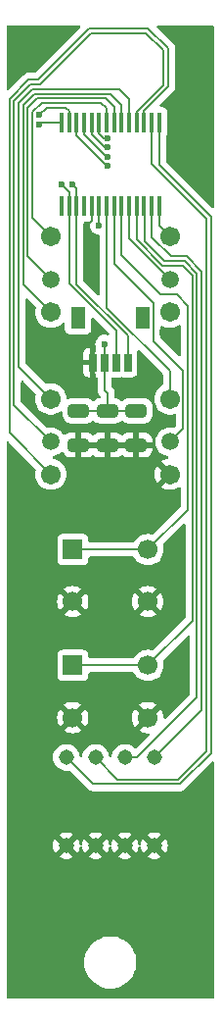
<source format=gbr>
%TF.GenerationSoftware,KiCad,Pcbnew,8.0.2*%
%TF.CreationDate,2024-05-27T22:07:23-04:00*%
%TF.ProjectId,tundraSaber,74756e64-7261-4536-9162-65722e6b6963,rev?*%
%TF.SameCoordinates,Original*%
%TF.FileFunction,Copper,L2,Bot*%
%TF.FilePolarity,Positive*%
%FSLAX46Y46*%
G04 Gerber Fmt 4.6, Leading zero omitted, Abs format (unit mm)*
G04 Created by KiCad (PCBNEW 8.0.2) date 2024-05-27 22:07:23*
%MOMM*%
%LPD*%
G01*
G04 APERTURE LIST*
G04 Aperture macros list*
%AMRoundRect*
0 Rectangle with rounded corners*
0 $1 Rounding radius*
0 $2 $3 $4 $5 $6 $7 $8 $9 X,Y pos of 4 corners*
0 Add a 4 corners polygon primitive as box body*
4,1,4,$2,$3,$4,$5,$6,$7,$8,$9,$2,$3,0*
0 Add four circle primitives for the rounded corners*
1,1,$1+$1,$2,$3*
1,1,$1+$1,$4,$5*
1,1,$1+$1,$6,$7*
1,1,$1+$1,$8,$9*
0 Add four rect primitives between the rounded corners*
20,1,$1+$1,$2,$3,$4,$5,0*
20,1,$1+$1,$4,$5,$6,$7,0*
20,1,$1+$1,$6,$7,$8,$9,0*
20,1,$1+$1,$8,$9,$2,$3,0*%
G04 Aperture macros list end*
%TA.AperFunction,SMDPad,CuDef*%
%ADD10RoundRect,0.250000X-0.650000X0.325000X-0.650000X-0.325000X0.650000X-0.325000X0.650000X0.325000X0*%
%TD*%
%TA.AperFunction,ComponentPad*%
%ADD11C,1.308100*%
%TD*%
%TA.AperFunction,ComponentPad*%
%ADD12R,1.700000X1.700000*%
%TD*%
%TA.AperFunction,ComponentPad*%
%ADD13C,1.700000*%
%TD*%
%TA.AperFunction,SMDPad,CuDef*%
%ADD14R,0.431800X1.655601*%
%TD*%
%TA.AperFunction,SMDPad,CuDef*%
%ADD15R,1.295400X1.905000*%
%TD*%
%TA.AperFunction,SMDPad,CuDef*%
%ADD16R,0.660400X1.549400*%
%TD*%
%TA.AperFunction,ComponentPad*%
%ADD17C,1.701800*%
%TD*%
%TA.AperFunction,ComponentPad*%
%ADD18C,1.498600*%
%TD*%
%TA.AperFunction,ViaPad*%
%ADD19C,0.600000*%
%TD*%
%TA.AperFunction,Conductor*%
%ADD20C,0.200000*%
%TD*%
G04 APERTURE END LIST*
D10*
%TO.P,C3,1*%
%TO.N,/VCC*%
X-2750000Y51225000D03*
%TO.P,C3,2*%
%TO.N,/GND*%
X-2750000Y48275000D03*
%TD*%
%TO.P,C2,1*%
%TO.N,/VCC*%
X-250000Y51225000D03*
%TO.P,C2,2*%
%TO.N,/GND*%
X-250000Y48275000D03*
%TD*%
%TO.P,C1,1*%
%TO.N,/VCC*%
X2250000Y51225000D03*
%TO.P,C1,2*%
%TO.N,/GND*%
X2250000Y48275000D03*
%TD*%
D11*
%TO.P,SW3,1,1*%
%TO.N,/DIP1*%
X3810000Y21310000D03*
%TO.P,SW3,2,2*%
%TO.N,/DIP2*%
X1270000Y21310000D03*
%TO.P,SW3,3,3*%
%TO.N,/DIP3*%
X-1270000Y21310000D03*
%TO.P,SW3,4,4*%
%TO.N,/DIP4*%
X-3810000Y21310000D03*
%TO.P,SW3,5,5*%
%TO.N,/GND*%
X-3810000Y13690000D03*
%TO.P,SW3,6,6*%
X-1270000Y13690000D03*
%TO.P,SW3,7,7*%
X1270000Y13690000D03*
%TO.P,SW3,8,8*%
X3810000Y13690000D03*
%TD*%
D12*
%TO.P,SW1,1,1*%
%TO.N,/BTN1*%
X-3250000Y39250000D03*
D13*
X3250000Y39250000D03*
%TO.P,SW1,2,2*%
%TO.N,/GND*%
X-3250000Y34750000D03*
X3250000Y34750000D03*
%TD*%
D12*
%TO.P,SW2,1,1*%
%TO.N,/BTN2*%
X-3250000Y29250000D03*
D13*
X3250000Y29250000D03*
%TO.P,SW2,2,2*%
%TO.N,/GND*%
X-3250000Y24750000D03*
X3250000Y24750000D03*
%TD*%
D14*
%TO.P,U1,28,GPA7*%
%TO.N,/DIP4*%
X4225000Y76127801D03*
%TO.P,U1,27,GPA6*%
%TO.N,/DIP3*%
X3574999Y76127801D03*
%TO.P,U1,26,GPA5*%
%TO.N,/JOY2_BTN3*%
X2925000Y76127801D03*
%TO.P,U1,25,GPA4*%
%TO.N,/JOY2_BTN2*%
X2274999Y76127801D03*
%TO.P,U1,24,GPA3*%
%TO.N,/JOY2_BTN1*%
X1625001Y76127801D03*
%TO.P,U1,23,GPA2*%
%TO.N,/JOY1_BTN3*%
X974999Y76127801D03*
%TO.P,U1,22,GPA1*%
%TO.N,/JOY1_BTN2*%
X325001Y76127801D03*
%TO.P,U1,21,GPA0*%
%TO.N,/JOY1_BTN1*%
X-325001Y76127801D03*
%TO.P,U1,20,INTA*%
%TO.N,/INTA*%
X-974999Y76127801D03*
%TO.P,U1,19,INTB*%
%TO.N,/INTB*%
X-1625001Y76127801D03*
%TO.P,U1,18,\u002ARESET*%
%TO.N,/RESET*%
X-2274999Y76127801D03*
%TO.P,U1,17,A2*%
%TO.N,/ADDR2*%
X-2925000Y76127801D03*
%TO.P,U1,16,A1*%
%TO.N,/ADDR1*%
X-3574999Y76127801D03*
%TO.P,U1,15,A0*%
%TO.N,/ADDR0*%
X-4225000Y76127801D03*
%TO.P,U1,14,NC*%
%TO.N,unconnected-(U1-NC-Pad14)*%
X-4224998Y68872199D03*
%TO.P,U1,13,SDA*%
%TO.N,/SDA*%
X-3574999Y68872199D03*
%TO.P,U1,12,SCL*%
%TO.N,/SCL*%
X-2924998Y68872199D03*
%TO.P,U1,11,NC*%
%TO.N,unconnected-(U1-NC-Pad11)*%
X-2274999Y68872199D03*
%TO.P,U1,10,VSS*%
%TO.N,/GND*%
X-1624998Y68872199D03*
%TO.P,U1,9,VDD*%
%TO.N,/VCC*%
X-974999Y68872199D03*
%TO.P,U1,8,GPB7*%
%TO.N,/JOY2_BTN5*%
X-324998Y68872199D03*
%TO.P,U1,7,GPB6*%
%TO.N,/JOY2_BTN4*%
X325001Y68872199D03*
%TO.P,U1,6,GPB5*%
%TO.N,/BTN1*%
X974999Y68872199D03*
%TO.P,U1,5,GPB4*%
%TO.N,/JOY1_BTN4*%
X1625001Y68872199D03*
%TO.P,U1,4,GPB3*%
%TO.N,/BTN2*%
X2274999Y68872199D03*
%TO.P,U1,3,GPB2*%
%TO.N,/DIP2*%
X2925000Y68872199D03*
%TO.P,U1,2,GPB1*%
%TO.N,/DIP1*%
X3574999Y68872199D03*
%TO.P,U1,1,GPB0*%
%TO.N,/JOY1_BTN5*%
X4225000Y68872199D03*
%TD*%
D15*
%TO.P,J3,6*%
%TO.N,N/C*%
X-2799999Y59276501D03*
%TO.P,J3,5*%
X2799999Y59276501D03*
D16*
%TO.P,J3,4,4*%
%TO.N,/SCL*%
X1500000Y55401500D03*
%TO.P,J3,3,3*%
%TO.N,/SDA*%
X499999Y55401500D03*
%TO.P,J3,2,2*%
%TO.N,/VCC*%
X-499999Y55401500D03*
%TO.P,J3,1,1*%
%TO.N,/GND*%
X-1500000Y55401500D03*
%TD*%
D17*
%TO.P,J2,6,6*%
%TO.N,/JOY2_BTN5*%
X5150000Y52250001D03*
D18*
%TO.P,J2,5,5*%
%TO.N,/JOY2_BTN4*%
X5150000Y48550000D03*
D17*
%TO.P,J2,4,4*%
%TO.N,/GND*%
X5150000Y45749999D03*
%TO.P,J2,1,1*%
%TO.N,/JOY2_BTN1*%
X-5150000Y52250001D03*
D18*
%TO.P,J2,2,2*%
%TO.N,/JOY2_BTN2*%
X-5150000Y48550000D03*
D17*
%TO.P,J2,3,3*%
%TO.N,/JOY2_BTN3*%
X-5150000Y45749999D03*
%TD*%
%TO.P,J1,3,3*%
%TO.N,/JOY1_BTN3*%
X-5150000Y59749999D03*
D18*
%TO.P,J1,2,2*%
%TO.N,/JOY1_BTN2*%
X-5150000Y62550000D03*
D17*
%TO.P,J1,1,1*%
%TO.N,/JOY1_BTN1*%
X-5150000Y66250001D03*
%TO.P,J1,4,4*%
%TO.N,/GND*%
X5150000Y59749999D03*
D18*
%TO.P,J1,5,5*%
%TO.N,/JOY1_BTN4*%
X5150000Y62550000D03*
D17*
%TO.P,J1,6,6*%
%TO.N,/JOY1_BTN5*%
X5150000Y66250001D03*
%TD*%
D19*
%TO.N,/GND*%
X-6000000Y57000000D03*
X-6000000Y58000000D03*
X-5000000Y58000000D03*
%TO.N,/INTA*%
X-250000Y74750000D03*
%TO.N,/INTB*%
X-250000Y73949997D03*
%TO.N,/RESET*%
X-250000Y73149994D03*
%TO.N,/ADDR0*%
X-6150000Y75949997D03*
%TO.N,/ADDR1*%
X-6150000Y76750000D03*
%TO.N,/ADDR2*%
X-250000Y72349991D03*
%TO.N,/SCL*%
X-3250000Y70750000D03*
%TO.N,/SDA*%
X-4250000Y70750000D03*
%TO.N,/VCC*%
X-500000Y57000000D03*
X-974999Y67250000D03*
%TO.N,/GND*%
X-2000000Y67250000D03*
X5500000Y57000000D03*
X5500000Y58000000D03*
X4500000Y58000000D03*
X-8500000Y2000000D03*
X-7500000Y1000000D03*
X-8500000Y1000000D03*
X7500000Y1000000D03*
X8500000Y2000000D03*
X8500000Y1000000D03*
X7500000Y84000000D03*
X8500000Y83000000D03*
X8500000Y84000000D03*
X-7500000Y84000000D03*
X-8500000Y83000000D03*
X-8500000Y84000000D03*
%TD*%
D20*
%TO.N,/VCC*%
X-250000Y51225000D02*
X-2750000Y51225000D01*
X-250000Y51225000D02*
X2250000Y51225000D01*
%TO.N,/ADDR1*%
X-6150000Y76750000D02*
X-5500000Y77400000D01*
X-5500000Y77400000D02*
X-3853499Y77400000D01*
X-3574999Y77121500D02*
X-3574999Y76127801D01*
X-3853499Y77400000D02*
X-3574999Y77121500D01*
%TO.N,/BTN2*%
X3250000Y29250000D02*
X-3250000Y29250000D01*
%TO.N,/BTN1*%
X3250000Y39250000D02*
X-3250000Y39250000D01*
%TO.N,/SCL*%
X-3250000Y70750000D02*
X-2924998Y70424998D01*
X-2924998Y70424998D02*
X-2924998Y68872199D01*
%TO.N,/SDA*%
X-3574999Y70074999D02*
X-3574999Y68872199D01*
X-4250000Y70750000D02*
X-3574999Y70074999D01*
%TO.N,/ADDR0*%
X-6150000Y75949997D02*
X-5972196Y76127801D01*
X-5972196Y76127801D02*
X-4225000Y76127801D01*
%TO.N,/ADDR2*%
X-2925000Y76127801D02*
X-2925000Y74976465D01*
X-2925000Y74976465D02*
X-298526Y72349991D01*
X-298526Y72349991D02*
X-250000Y72349991D01*
%TO.N,/RESET*%
X-2274999Y76127801D02*
X-2274999Y75100001D01*
X-324992Y73149994D02*
X-250000Y73149994D01*
X-2274999Y75100001D02*
X-324992Y73149994D01*
%TO.N,/INTB*%
X-1625001Y76127801D02*
X-1625001Y75100001D01*
X-1625001Y75100001D02*
X-474997Y73949997D01*
X-474997Y73949997D02*
X-250000Y73949997D01*
%TO.N,/INTA*%
X-590900Y74750000D02*
X-974999Y75134099D01*
X-974999Y75134099D02*
X-974999Y76127801D01*
X-250000Y74750000D02*
X-590900Y74750000D01*
%TO.N,/VCC*%
X-499999Y55401500D02*
X-499999Y56999999D01*
X-499999Y56999999D02*
X-500000Y57000000D01*
X-974999Y67250000D02*
X-974999Y68872199D01*
%TO.N,/GND*%
X-1624998Y68872199D02*
X-1624998Y67625002D01*
X-1624998Y67625002D02*
X-2000000Y67250000D01*
%TO.N,/SCL*%
X-2924998Y68872199D02*
X-2924998Y62167386D01*
X-2924998Y62167386D02*
X1500000Y57742388D01*
X1500000Y57742388D02*
X1500000Y55401500D01*
%TO.N,/JOY1_BTN1*%
X-5150000Y66250001D02*
X-6750000Y67850001D01*
X-6750000Y67850001D02*
X-6750000Y77000000D01*
X-6750000Y77000000D02*
X-5950000Y77800000D01*
X-792541Y77800000D02*
X-325001Y77332460D01*
X-5950000Y77800000D02*
X-792541Y77800000D01*
X-325001Y77332460D02*
X-325001Y76127801D01*
%TO.N,/JOY1_BTN2*%
X-5150000Y62550000D02*
X-7150000Y64550000D01*
X-7150000Y64550000D02*
X-7150000Y77350000D01*
X-7150000Y77350000D02*
X-6300000Y78200000D01*
X-6300000Y78200000D02*
X-450000Y78200000D01*
X-450000Y78200000D02*
X325001Y77424999D01*
X325001Y77424999D02*
X325001Y76127801D01*
%TO.N,/JOY1_BTN3*%
X-5150000Y59749999D02*
X-7550000Y62149999D01*
X-6584314Y78600000D02*
X0Y78600000D01*
X-7550000Y62149999D02*
X-7550000Y77634314D01*
X0Y78600000D02*
X974999Y77625001D01*
X-7550000Y77634314D02*
X-6584314Y78600000D01*
X974999Y77625001D02*
X974999Y76127801D01*
%TO.N,/JOY2_BTN3*%
X-5150000Y45749999D02*
X-8750000Y49349999D01*
X-8750000Y49349999D02*
X-8750000Y78131372D01*
X5000000Y79196502D02*
X2925000Y77121502D01*
X-8750000Y78131372D02*
X-7081372Y79800000D01*
X-7081372Y79800000D02*
X-6265686Y79800000D01*
X-1815686Y84250000D02*
X3250000Y84250000D01*
X-6265686Y79800000D02*
X-1815686Y84250000D01*
X3250000Y84250000D02*
X5000000Y82500000D01*
X5000000Y82500000D02*
X5000000Y79196502D01*
X2925000Y77121502D02*
X2925000Y76127801D01*
%TO.N,/JOY2_BTN2*%
X-5150000Y48550000D02*
X-8350000Y51750000D01*
X-1650000Y83850000D02*
X3084314Y83850000D01*
X-8350000Y51750000D02*
X-8350000Y77965686D01*
X-8350000Y77965686D02*
X-6915686Y79400000D01*
X4600000Y79362188D02*
X2274999Y77037187D01*
X-6915686Y79400000D02*
X-6100000Y79400000D01*
X-6100000Y79400000D02*
X-1650000Y83850000D01*
X3084314Y83850000D02*
X4600000Y82334314D01*
X4600000Y82334314D02*
X4600000Y79362188D01*
X2274999Y77037187D02*
X2274999Y76127801D01*
%TO.N,/JOY2_BTN1*%
X-5150000Y52250001D02*
X-7950000Y55050001D01*
X-7950000Y55050001D02*
X-7950000Y77800000D01*
X-7950000Y77800000D02*
X-6750000Y79000000D01*
X-6750000Y79000000D02*
X750000Y79000000D01*
X750000Y79000000D02*
X1625001Y78124999D01*
X1625001Y78124999D02*
X1625001Y76127801D01*
%TO.N,/DIP3*%
X-1270000Y21310000D02*
X640000Y19400000D01*
X640000Y19400000D02*
X5834314Y19400000D01*
X5834314Y19400000D02*
X8300900Y21866586D01*
X8300900Y21866586D02*
X8300900Y67819549D01*
X8300900Y67819549D02*
X3574999Y72545450D01*
X3574999Y72545450D02*
X3574999Y76127801D01*
%TO.N,/DIP4*%
X-3810000Y21310000D02*
X-1500000Y19000000D01*
X8700900Y21700900D02*
X8700900Y67985235D01*
X-1500000Y19000000D02*
X6000000Y19000000D01*
X6000000Y19000000D02*
X8700900Y21700900D01*
X8700900Y67985235D02*
X4225000Y72461135D01*
X4225000Y72461135D02*
X4225000Y76127801D01*
%TO.N,/DIP1*%
X3574999Y68872199D02*
X3574999Y66197383D01*
X3574999Y66197383D02*
X5222382Y64550000D01*
X6581372Y64550000D02*
X7900900Y63230472D01*
X5222382Y64550000D02*
X6581372Y64550000D01*
X7900900Y63230472D02*
X7900900Y25400900D01*
X7900900Y25400900D02*
X3810000Y21310000D01*
%TO.N,/DIP2*%
X2925000Y68872199D02*
X3000000Y68797199D01*
X3000000Y68797199D02*
X3000000Y65831372D01*
X3000000Y65831372D02*
X4681372Y64150000D01*
X2310000Y21310000D02*
X1270000Y21310000D01*
X4681372Y64150000D02*
X6415686Y64150000D01*
X6415686Y64150000D02*
X7500900Y63064786D01*
X7500900Y63064786D02*
X7500900Y26500900D01*
X7500900Y26500900D02*
X2310000Y21310000D01*
%TO.N,/BTN2*%
X2274999Y68872199D02*
X2274999Y65990687D01*
X7100900Y33100900D02*
X3250000Y29250000D01*
X2274999Y65990687D02*
X4515686Y63750000D01*
X4515686Y63750000D02*
X6250000Y63750000D01*
X6250000Y63750000D02*
X7100900Y62899100D01*
X7100900Y62899100D02*
X7100900Y33100900D01*
%TO.N,/BTN1*%
X974999Y68872199D02*
X974999Y64633033D01*
X974999Y64633033D02*
X4358032Y61250000D01*
X4358032Y61250000D02*
X5750000Y61250000D01*
X5750000Y61250000D02*
X6700900Y60299100D01*
X6700900Y60299100D02*
X6700900Y42700900D01*
X6700900Y42700900D02*
X3250000Y39250000D01*
%TO.N,/JOY2_BTN5*%
X-324998Y68872199D02*
X-324998Y60133072D01*
X-324998Y60133072D02*
X5150000Y54658074D01*
X5150000Y54658074D02*
X5150000Y52250001D01*
%TO.N,/JOY1_BTN5*%
X4225000Y68872199D02*
X4225000Y67175001D01*
X4225000Y67175001D02*
X5150000Y66250001D01*
%TO.N,/SDA*%
X-3574999Y68872199D02*
X-3574999Y62251701D01*
X-3574999Y62251701D02*
X499999Y58176703D01*
X499999Y58176703D02*
X499999Y55401500D01*
%TO.N,/JOY1_BTN4*%
X1625001Y66074999D02*
X5150000Y62550000D01*
X1625001Y68872199D02*
X1625001Y66074999D01*
%TO.N,/JOY2_BTN4*%
X325001Y68872199D02*
X325001Y63951699D01*
X325001Y63951699D02*
X3747699Y60529001D01*
X3747699Y57252301D02*
X6300900Y54699100D01*
X3747699Y60529001D02*
X3747699Y57252301D01*
X6300900Y54699100D02*
X6300900Y49700900D01*
X6300900Y49700900D02*
X5150000Y48550000D01*
%TO.N,/VCC*%
X-499999Y55401500D02*
X-499999Y53500001D01*
X-500000Y53000000D02*
X-250000Y52750000D01*
X-499999Y53500001D02*
X-500000Y53500000D01*
X-500000Y53500000D02*
X-500000Y53000000D01*
X-250000Y52750000D02*
X-250000Y51225000D01*
%TD*%
%TA.AperFunction,Conductor*%
%TO.N,/GND*%
G36*
X2474296Y56468695D02*
G01*
X2518644Y56440194D01*
X4513181Y54445658D01*
X4546666Y54384335D01*
X4549500Y54357977D01*
X4549500Y53535516D01*
X4529815Y53468477D01*
X4484517Y53426461D01*
X4474315Y53420940D01*
X4408326Y53385229D01*
X4408317Y53385223D01*
X4231591Y53247671D01*
X4231581Y53247662D01*
X4079906Y53082901D01*
X4079898Y53082890D01*
X3957405Y52895402D01*
X3867441Y52690302D01*
X3812463Y52473200D01*
X3812461Y52473188D01*
X3793968Y52250006D01*
X3793968Y52249995D01*
X3812461Y52026813D01*
X3812463Y52026801D01*
X3867441Y51809699D01*
X3957405Y51604599D01*
X4079898Y51417111D01*
X4079906Y51417100D01*
X4231581Y51252339D01*
X4231591Y51252330D01*
X4408317Y51114778D01*
X4408326Y51114772D01*
X4605281Y51008186D01*
X4605295Y51008180D01*
X4817111Y50935463D01*
X5038020Y50898601D01*
X5261980Y50898601D01*
X5482885Y50935462D01*
X5536138Y50953744D01*
X5605937Y50956893D01*
X5666358Y50921806D01*
X5698218Y50859623D01*
X5700400Y50836462D01*
X5700400Y50000997D01*
X5680715Y49933958D01*
X5664081Y49913316D01*
X5551309Y49800544D01*
X5489986Y49767059D01*
X5431533Y49768451D01*
X5367861Y49785512D01*
X5367854Y49785514D01*
X5167527Y49803040D01*
X5150001Y49804574D01*
X5149999Y49804574D01*
X5106429Y49800762D01*
X4932146Y49785514D01*
X4720910Y49728914D01*
X4522713Y49636493D01*
X4343575Y49511059D01*
X4188941Y49356425D01*
X4138478Y49284356D01*
X4063506Y49177286D01*
X4036719Y49119841D01*
X3971086Y48979090D01*
X3971085Y48979086D01*
X3971083Y48979082D01*
X3914487Y48767859D01*
X3914485Y48767849D01*
X3897527Y48574014D01*
X3889992Y48554753D01*
X3892976Y48550112D01*
X3897527Y48525985D01*
X3914485Y48332150D01*
X3914487Y48332140D01*
X3971083Y48120917D01*
X3971087Y48120908D01*
X4063506Y47922713D01*
X4188945Y47743570D01*
X4343570Y47588945D01*
X4343573Y47588942D01*
X4343575Y47588941D01*
X4387129Y47558444D01*
X4522713Y47463506D01*
X4720908Y47371087D01*
X4720917Y47371083D01*
X4911739Y47319954D01*
X4971400Y47283589D01*
X5001929Y47220742D01*
X4993634Y47151367D01*
X4949149Y47097489D01*
X4900056Y47077870D01*
X4817233Y47064049D01*
X4605497Y46991359D01*
X4605483Y46991353D01*
X4408599Y46884805D01*
X4408592Y46884801D01*
X4386189Y46867363D01*
X4386188Y46867362D01*
X4941470Y46312080D01*
X4919605Y46306222D01*
X4783495Y46227638D01*
X4672361Y46116504D01*
X4593777Y45980394D01*
X4587917Y45958526D01*
X4034285Y46512158D01*
X3957846Y46395158D01*
X3957844Y46395154D01*
X3867916Y46190139D01*
X3812957Y45973108D01*
X3794470Y45750004D01*
X3794470Y45749993D01*
X3812957Y45526889D01*
X3867916Y45309858D01*
X3957844Y45104843D01*
X3957845Y45104841D01*
X4034285Y44987838D01*
X4587917Y45541470D01*
X4593777Y45519604D01*
X4672361Y45383494D01*
X4783495Y45272360D01*
X4919605Y45193776D01*
X4941471Y45187917D01*
X4386189Y44632634D01*
X4408597Y44615193D01*
X4408599Y44615192D01*
X4605483Y44508644D01*
X4605497Y44508638D01*
X4817233Y44435948D01*
X5038062Y44399099D01*
X5261938Y44399099D01*
X5482766Y44435948D01*
X5694502Y44508638D01*
X5694516Y44508644D01*
X5891399Y44615191D01*
X5891404Y44615194D01*
X5900242Y44622073D01*
X5965237Y44647713D01*
X6033776Y44634143D01*
X6084099Y44585672D01*
X6100400Y44524216D01*
X6100400Y43000997D01*
X6080715Y42933958D01*
X6064081Y42913316D01*
X3733531Y40582766D01*
X3672208Y40549281D01*
X3613757Y40550672D01*
X3609309Y40551863D01*
X3485408Y40585063D01*
X3289234Y40602226D01*
X3250001Y40605659D01*
X3249999Y40605659D01*
X3202918Y40601539D01*
X3014592Y40585063D01*
X2786337Y40523903D01*
X2572171Y40424035D01*
X2572169Y40424034D01*
X2378597Y40288494D01*
X2211506Y40121403D01*
X2075965Y39927829D01*
X2075962Y39927824D01*
X2073289Y39922091D01*
X2027115Y39869654D01*
X1960909Y39850500D01*
X-1775501Y39850500D01*
X-1842540Y39870185D01*
X-1888295Y39922989D01*
X-1899501Y39974500D01*
X-1899501Y40147876D01*
X-1905908Y40207483D01*
X-1956202Y40342328D01*
X-1956206Y40342335D01*
X-2042452Y40457544D01*
X-2042455Y40457547D01*
X-2157664Y40543793D01*
X-2157671Y40543797D01*
X-2292517Y40594091D01*
X-2292516Y40594091D01*
X-2298925Y40594779D01*
X-2352127Y40600500D01*
X-4147872Y40600499D01*
X-4207483Y40594091D01*
X-4342331Y40543796D01*
X-4457546Y40457546D01*
X-4543796Y40342331D01*
X-4594091Y40207483D01*
X-4600500Y40147873D01*
X-4600499Y38352128D01*
X-4595299Y38303757D01*
X-4594091Y38292516D01*
X-4543797Y38157671D01*
X-4543793Y38157664D01*
X-4457547Y38042455D01*
X-4457544Y38042452D01*
X-4342335Y37956206D01*
X-4342328Y37956202D01*
X-4207482Y37905908D01*
X-4207483Y37905908D01*
X-4147883Y37899501D01*
X-4147881Y37899500D01*
X-4147873Y37899500D01*
X-4147864Y37899500D01*
X-2352129Y37899500D01*
X-2352123Y37899501D01*
X-2292516Y37905908D01*
X-2157671Y37956202D01*
X-2157664Y37956206D01*
X-2042455Y38042452D01*
X-2042452Y38042455D01*
X-1956206Y38157664D01*
X-1956202Y38157671D01*
X-1905908Y38292517D01*
X-1899501Y38352116D01*
X-1899500Y38352119D01*
X-1899500Y38352127D01*
X-1899500Y38525500D01*
X-1879815Y38592539D01*
X-1827011Y38638294D01*
X-1775500Y38649500D01*
X1960909Y38649500D01*
X2027948Y38629815D01*
X2073293Y38577901D01*
X2075966Y38572168D01*
X2211501Y38378604D01*
X2211506Y38378597D01*
X2378597Y38211506D01*
X2378604Y38211501D01*
X2572165Y38075967D01*
X2572169Y38075965D01*
X2786335Y37976098D01*
X2786344Y37976094D01*
X3014586Y37914938D01*
X3014596Y37914936D01*
X3249999Y37894341D01*
X3250000Y37894341D01*
X3250001Y37894341D01*
X3485403Y37914936D01*
X3485413Y37914938D01*
X3713655Y37976094D01*
X3713659Y37976096D01*
X3713663Y37976097D01*
X3927830Y38075965D01*
X3927834Y38075967D01*
X4121395Y38211501D01*
X4121402Y38211506D01*
X4288493Y38378597D01*
X4288495Y38378599D01*
X4356265Y38475384D01*
X4424032Y38572165D01*
X4424034Y38572169D01*
X4424035Y38572170D01*
X4523903Y38786337D01*
X4585063Y39014592D01*
X4605659Y39250000D01*
X4585063Y39485408D01*
X4550672Y39613757D01*
X4552335Y39683606D01*
X4582766Y39733531D01*
X6288719Y41439483D01*
X6350042Y41472968D01*
X6419734Y41467984D01*
X6475667Y41426112D01*
X6500084Y41360648D01*
X6500400Y41351802D01*
X6500400Y33400997D01*
X6480715Y33333958D01*
X6464081Y33313316D01*
X3733531Y30582766D01*
X3672208Y30549281D01*
X3613757Y30550672D01*
X3609309Y30551863D01*
X3485408Y30585063D01*
X3289234Y30602226D01*
X3250001Y30605659D01*
X3249999Y30605659D01*
X3202918Y30601539D01*
X3014592Y30585063D01*
X2786337Y30523903D01*
X2572171Y30424035D01*
X2572169Y30424034D01*
X2378597Y30288494D01*
X2211506Y30121403D01*
X2075965Y29927829D01*
X2075962Y29927824D01*
X2073289Y29922091D01*
X2027115Y29869654D01*
X1960909Y29850500D01*
X-1775501Y29850500D01*
X-1842540Y29870185D01*
X-1888295Y29922989D01*
X-1899501Y29974500D01*
X-1899501Y30147876D01*
X-1905908Y30207483D01*
X-1956202Y30342328D01*
X-1956206Y30342335D01*
X-2042452Y30457544D01*
X-2042455Y30457547D01*
X-2157664Y30543793D01*
X-2157671Y30543797D01*
X-2292517Y30594091D01*
X-2292516Y30594091D01*
X-2298925Y30594779D01*
X-2352127Y30600500D01*
X-4147872Y30600499D01*
X-4207483Y30594091D01*
X-4342331Y30543796D01*
X-4457546Y30457546D01*
X-4543796Y30342331D01*
X-4594091Y30207483D01*
X-4600500Y30147873D01*
X-4600499Y28352128D01*
X-4595299Y28303757D01*
X-4594091Y28292516D01*
X-4543797Y28157671D01*
X-4543793Y28157664D01*
X-4457547Y28042455D01*
X-4457544Y28042452D01*
X-4342335Y27956206D01*
X-4342328Y27956202D01*
X-4207482Y27905908D01*
X-4207483Y27905908D01*
X-4147883Y27899501D01*
X-4147881Y27899500D01*
X-4147873Y27899500D01*
X-4147864Y27899500D01*
X-2352129Y27899500D01*
X-2352123Y27899501D01*
X-2292516Y27905908D01*
X-2157671Y27956202D01*
X-2157664Y27956206D01*
X-2042455Y28042452D01*
X-2042452Y28042455D01*
X-1956206Y28157664D01*
X-1956202Y28157671D01*
X-1905908Y28292517D01*
X-1899501Y28352116D01*
X-1899500Y28352119D01*
X-1899500Y28352127D01*
X-1899500Y28525500D01*
X-1879815Y28592539D01*
X-1827011Y28638294D01*
X-1775500Y28649500D01*
X1960909Y28649500D01*
X2027948Y28629815D01*
X2073293Y28577901D01*
X2075966Y28572168D01*
X2211501Y28378604D01*
X2211506Y28378597D01*
X2378597Y28211506D01*
X2378604Y28211501D01*
X2572165Y28075967D01*
X2572169Y28075965D01*
X2786335Y27976098D01*
X2786344Y27976094D01*
X3014586Y27914938D01*
X3014596Y27914936D01*
X3249999Y27894341D01*
X3250000Y27894341D01*
X3250001Y27894341D01*
X3485403Y27914936D01*
X3485413Y27914938D01*
X3713655Y27976094D01*
X3713659Y27976096D01*
X3713663Y27976097D01*
X3927830Y28075965D01*
X3927834Y28075967D01*
X4121395Y28211501D01*
X4121402Y28211506D01*
X4288493Y28378597D01*
X4288495Y28378599D01*
X4356265Y28475384D01*
X4424032Y28572165D01*
X4424034Y28572169D01*
X4424035Y28572170D01*
X4523903Y28786337D01*
X4585063Y29014592D01*
X4605659Y29250000D01*
X4585063Y29485408D01*
X4550672Y29613757D01*
X4552335Y29683606D01*
X4582766Y29733531D01*
X6688719Y31839484D01*
X6750042Y31872969D01*
X6819734Y31867985D01*
X6875667Y31826113D01*
X6900084Y31760649D01*
X6900400Y31751803D01*
X6900400Y26800997D01*
X6880715Y26733958D01*
X6864081Y26713316D01*
X4816838Y24666073D01*
X4755515Y24632588D01*
X4685823Y24637572D01*
X4629890Y24679444D01*
X4605473Y24744908D01*
X4605383Y24747412D01*
X4584569Y24985315D01*
X4584567Y24985326D01*
X4523433Y25213483D01*
X4523429Y25213492D01*
X4423601Y25427575D01*
X4364925Y25511373D01*
X3732962Y24879409D01*
X3715925Y24942993D01*
X3650099Y25057007D01*
X3557007Y25150099D01*
X3442993Y25215925D01*
X3379409Y25232962D01*
X4011373Y25864925D01*
X4011373Y25864926D01*
X3927582Y25923598D01*
X3927578Y25923600D01*
X3713492Y26023429D01*
X3713483Y26023433D01*
X3485326Y26084567D01*
X3485315Y26084569D01*
X3250002Y26105157D01*
X3249998Y26105157D01*
X3014684Y26084569D01*
X3014673Y26084567D01*
X2786516Y26023433D01*
X2786507Y26023429D01*
X2572423Y25923600D01*
X2572421Y25923599D01*
X2488626Y25864925D01*
X2488625Y25864925D01*
X3120590Y25232962D01*
X3057007Y25215925D01*
X2942993Y25150099D01*
X2849901Y25057007D01*
X2784075Y24942993D01*
X2767037Y24879409D01*
X2135074Y25511373D01*
X2135073Y25511372D01*
X2076400Y25427578D01*
X2076399Y25427576D01*
X1976570Y25213492D01*
X1976566Y25213483D01*
X1915432Y24985326D01*
X1915430Y24985315D01*
X1894843Y24750001D01*
X1894843Y24749998D01*
X1915430Y24514684D01*
X1915432Y24514673D01*
X1976566Y24286516D01*
X1976570Y24286507D01*
X2076402Y24072417D01*
X2135072Y23988626D01*
X2135073Y23988625D01*
X2767037Y24620589D01*
X2784075Y24557007D01*
X2849901Y24442993D01*
X2942993Y24349901D01*
X3057007Y24284075D01*
X3120590Y24267037D01*
X2488625Y23635073D01*
X2488626Y23635072D01*
X2572417Y23576402D01*
X2786507Y23476570D01*
X2786516Y23476566D01*
X3014673Y23415432D01*
X3014684Y23415430D01*
X3255393Y23394371D01*
X3255204Y23392212D01*
X3313285Y23375158D01*
X3359040Y23322354D01*
X3368984Y23253196D01*
X3339959Y23189640D01*
X3333927Y23183162D01*
X2270775Y22120010D01*
X2209452Y22086525D01*
X2139760Y22091509D01*
X2099559Y22116051D01*
X1968752Y22235298D01*
X1786832Y22347938D01*
X1587311Y22425233D01*
X1376985Y22464550D01*
X1163015Y22464550D01*
X952689Y22425233D01*
X753168Y22347938D01*
X753165Y22347936D01*
X753164Y22347936D01*
X571249Y22235299D01*
X571247Y22235297D01*
X413123Y22091149D01*
X284178Y21920398D01*
X284173Y21920390D01*
X188803Y21728861D01*
X188802Y21728858D01*
X161966Y21634536D01*
X130246Y21523052D01*
X123471Y21449934D01*
X97685Y21384996D01*
X40884Y21344309D01*
X-28897Y21340789D01*
X-89503Y21375554D01*
X-121693Y21437567D01*
X-123471Y21449934D01*
X-130246Y21523052D01*
X-161966Y21634536D01*
X-188802Y21728858D01*
X-188803Y21728861D01*
X-284173Y21920390D01*
X-284178Y21920398D01*
X-413123Y22091149D01*
X-571247Y22235297D01*
X-571249Y22235299D01*
X-753164Y22347936D01*
X-753165Y22347936D01*
X-753168Y22347938D01*
X-952689Y22425233D01*
X-1163015Y22464550D01*
X-1376985Y22464550D01*
X-1587311Y22425233D01*
X-1786832Y22347938D01*
X-1968752Y22235298D01*
X-2126878Y22091147D01*
X-2255823Y21920396D01*
X-2351198Y21728858D01*
X-2409753Y21523057D01*
X-2409753Y21523052D01*
X-2416529Y21449934D01*
X-2442315Y21384996D01*
X-2499116Y21344309D01*
X-2568897Y21340789D01*
X-2629503Y21375554D01*
X-2661693Y21437567D01*
X-2663471Y21449934D01*
X-2670246Y21523052D01*
X-2701966Y21634536D01*
X-2728802Y21728858D01*
X-2728803Y21728861D01*
X-2824173Y21920390D01*
X-2824178Y21920398D01*
X-2953123Y22091149D01*
X-3111247Y22235297D01*
X-3111249Y22235299D01*
X-3293164Y22347936D01*
X-3293165Y22347936D01*
X-3293168Y22347938D01*
X-3492689Y22425233D01*
X-3703015Y22464550D01*
X-3916985Y22464550D01*
X-4127311Y22425233D01*
X-4326832Y22347938D01*
X-4508752Y22235298D01*
X-4666878Y22091147D01*
X-4795823Y21920396D01*
X-4891198Y21728858D01*
X-4949753Y21523057D01*
X-4969496Y21310000D01*
X-4949753Y21096943D01*
X-4891198Y20891142D01*
X-4891196Y20891138D01*
X-4795826Y20699609D01*
X-4795821Y20699601D01*
X-4666876Y20528850D01*
X-4508752Y20384702D01*
X-4508750Y20384700D01*
X-4326835Y20272063D01*
X-4326832Y20272062D01*
X-4127311Y20194767D01*
X-3916985Y20155450D01*
X-3916983Y20155450D01*
X-3703016Y20155450D01*
X-3703015Y20155450D01*
X-3666150Y20162341D01*
X-3600167Y20174675D01*
X-3530652Y20167643D01*
X-3489702Y20140467D01*
X-1987590Y18638355D01*
X-1987588Y18638352D01*
X-1868717Y18519481D01*
X-1868709Y18519475D01*
X-1731790Y18440426D01*
X-1731785Y18440423D01*
X-1675882Y18425444D01*
X-1619981Y18410465D01*
X-1619980Y18410464D01*
X-1579059Y18399500D01*
X-1579058Y18399500D01*
X-1579057Y18399500D01*
X5913331Y18399500D01*
X5913347Y18399499D01*
X5920943Y18399499D01*
X6079054Y18399499D01*
X6079057Y18399499D01*
X6231785Y18440423D01*
X6281900Y18469358D01*
X6281904Y18469359D01*
X6281904Y18469360D01*
X6368714Y18519479D01*
X6368717Y18519481D01*
X6487588Y18638352D01*
X6487590Y18638355D01*
X8787819Y20938584D01*
X8849142Y20972069D01*
X8918834Y20967085D01*
X8974767Y20925213D01*
X8999184Y20859749D01*
X8999500Y20850903D01*
X8999500Y624500D01*
X8979815Y557461D01*
X8927011Y511706D01*
X8875500Y500500D01*
X-8875500Y500500D01*
X-8942539Y520185D01*
X-8988294Y572989D01*
X-8999500Y624500D01*
X-8999500Y3613007D01*
X-2255329Y3613007D01*
X-2255329Y3612992D01*
X-2241108Y3396027D01*
X-2236034Y3318620D01*
X-2178481Y3029278D01*
X-2083652Y2749923D01*
X-2083650Y2749919D01*
X-1953174Y2485339D01*
X-1953170Y2485332D01*
X-1789274Y2240044D01*
X-1594758Y2018241D01*
X-1372955Y1823725D01*
X-1127667Y1659829D01*
X-1127660Y1659825D01*
X-863080Y1529349D01*
X-583730Y1434521D01*
X-583724Y1434519D01*
X-583722Y1434519D01*
X-294380Y1376966D01*
X-294373Y1376965D01*
X-294363Y1376964D01*
X-7Y1357671D01*
X0Y1357671D01*
X7Y1357671D01*
X294363Y1376964D01*
X294373Y1376965D01*
X294380Y1376966D01*
X583722Y1434519D01*
X583724Y1434519D01*
X583730Y1434521D01*
X863080Y1529349D01*
X1127660Y1659825D01*
X1127667Y1659829D01*
X1372955Y1823725D01*
X1594758Y2018241D01*
X1789274Y2240044D01*
X1953170Y2485332D01*
X1953174Y2485339D01*
X2083650Y2749919D01*
X2083652Y2749923D01*
X2178481Y3029278D01*
X2236034Y3318620D01*
X2241108Y3396027D01*
X2255329Y3612992D01*
X2255329Y3613007D01*
X2236035Y3907363D01*
X2236034Y3907380D01*
X2178481Y4196722D01*
X2083652Y4476077D01*
X1953172Y4740664D01*
X1789273Y4985957D01*
X1594758Y5207758D01*
X1372957Y5402273D01*
X1127665Y5566172D01*
X863077Y5696652D01*
X583722Y5791481D01*
X294380Y5849034D01*
X235675Y5852881D01*
X7Y5868329D01*
X-7Y5868329D01*
X-235675Y5852881D01*
X-294380Y5849034D01*
X-583722Y5791481D01*
X-863077Y5696652D01*
X-1127664Y5566172D01*
X-1372957Y5402273D01*
X-1594758Y5207758D01*
X-1789273Y4985957D01*
X-1953172Y4740664D01*
X-2083652Y4476077D01*
X-2178481Y4196722D01*
X-2236034Y3907380D01*
X-2236035Y3907363D01*
X-2255329Y3613007D01*
X-8999500Y3613007D01*
X-8999500Y13690000D01*
X-4968994Y13690000D01*
X-4968994Y13689999D01*
X-4949260Y13477039D01*
X-4890728Y13271319D01*
X-4795400Y13079874D01*
X-4795399Y13079871D01*
X-4786053Y13067497D01*
X-4216400Y13637151D01*
X-4216400Y13636496D01*
X-4188705Y13533135D01*
X-4135201Y13440464D01*
X-4059536Y13364799D01*
X-3966865Y13311295D01*
X-3863504Y13283600D01*
X-3862848Y13283600D01*
X-4429948Y12716498D01*
X-4429948Y12716497D01*
X-4326608Y12652511D01*
X-4326607Y12652510D01*
X-4127176Y12575251D01*
X-3916936Y12535950D01*
X-3703064Y12535950D01*
X-3492823Y12575251D01*
X-3293394Y12652509D01*
X-3293393Y12652510D01*
X-3190050Y12716497D01*
X-3757152Y13283600D01*
X-3756496Y13283600D01*
X-3653135Y13311295D01*
X-3560464Y13364799D01*
X-3484799Y13440464D01*
X-3431295Y13533135D01*
X-3403600Y13636496D01*
X-3403600Y13637154D01*
X-2833944Y13067498D01*
X-2833943Y13067498D01*
X-2824603Y13079866D01*
X-2729271Y13271319D01*
X-2670739Y13477039D01*
X-2663471Y13555480D01*
X-2637685Y13620417D01*
X-2580884Y13661105D01*
X-2511103Y13664625D01*
X-2450497Y13629860D01*
X-2418307Y13567847D01*
X-2416529Y13555480D01*
X-2409260Y13477039D01*
X-2350728Y13271319D01*
X-2255400Y13079874D01*
X-2255399Y13079871D01*
X-2246053Y13067497D01*
X-1676400Y13637151D01*
X-1676400Y13636496D01*
X-1648705Y13533135D01*
X-1595201Y13440464D01*
X-1519536Y13364799D01*
X-1426865Y13311295D01*
X-1323504Y13283600D01*
X-1322848Y13283600D01*
X-1889948Y12716498D01*
X-1889948Y12716497D01*
X-1786608Y12652511D01*
X-1786607Y12652510D01*
X-1587176Y12575251D01*
X-1376936Y12535950D01*
X-1163064Y12535950D01*
X-952823Y12575251D01*
X-753394Y12652509D01*
X-753393Y12652510D01*
X-650050Y12716497D01*
X-1217152Y13283600D01*
X-1216496Y13283600D01*
X-1113135Y13311295D01*
X-1020464Y13364799D01*
X-944799Y13440464D01*
X-891295Y13533135D01*
X-863600Y13636496D01*
X-863600Y13637154D01*
X-293944Y13067498D01*
X-293943Y13067498D01*
X-284603Y13079866D01*
X-189271Y13271319D01*
X-130739Y13477039D01*
X-123471Y13555480D01*
X-97685Y13620417D01*
X-40884Y13661105D01*
X28897Y13664625D01*
X89503Y13629860D01*
X121693Y13567847D01*
X123471Y13555480D01*
X130739Y13477039D01*
X189271Y13271319D01*
X284603Y13079866D01*
X293943Y13067498D01*
X293944Y13067498D01*
X863600Y13637154D01*
X863600Y13636496D01*
X891295Y13533135D01*
X944799Y13440464D01*
X1020464Y13364799D01*
X1113135Y13311295D01*
X1216496Y13283600D01*
X1217152Y13283600D01*
X650050Y12716497D01*
X753393Y12652510D01*
X753394Y12652509D01*
X952823Y12575251D01*
X1163064Y12535950D01*
X1376936Y12535950D01*
X1587176Y12575251D01*
X1786607Y12652510D01*
X1786608Y12652511D01*
X1889948Y12716497D01*
X1889948Y12716498D01*
X1322848Y13283600D01*
X1323504Y13283600D01*
X1426865Y13311295D01*
X1519536Y13364799D01*
X1595201Y13440464D01*
X1648705Y13533135D01*
X1676400Y13636496D01*
X1676400Y13637151D01*
X2246054Y13067497D01*
X2255399Y13079871D01*
X2255400Y13079874D01*
X2350728Y13271319D01*
X2409260Y13477039D01*
X2416529Y13555480D01*
X2442315Y13620417D01*
X2499116Y13661105D01*
X2568897Y13664625D01*
X2629503Y13629860D01*
X2661693Y13567847D01*
X2663471Y13555480D01*
X2670739Y13477039D01*
X2729271Y13271319D01*
X2824603Y13079866D01*
X2833943Y13067498D01*
X2833944Y13067498D01*
X3403600Y13637154D01*
X3403600Y13636496D01*
X3431295Y13533135D01*
X3484799Y13440464D01*
X3560464Y13364799D01*
X3653135Y13311295D01*
X3756496Y13283600D01*
X3757152Y13283600D01*
X3190050Y12716497D01*
X3293393Y12652510D01*
X3293394Y12652509D01*
X3492823Y12575251D01*
X3703064Y12535950D01*
X3916936Y12535950D01*
X4127176Y12575251D01*
X4326607Y12652510D01*
X4326608Y12652511D01*
X4429948Y12716497D01*
X4429948Y12716498D01*
X3862848Y13283600D01*
X3863504Y13283600D01*
X3966865Y13311295D01*
X4059536Y13364799D01*
X4135201Y13440464D01*
X4188705Y13533135D01*
X4216400Y13636496D01*
X4216400Y13637151D01*
X4786054Y13067497D01*
X4795399Y13079871D01*
X4795400Y13079874D01*
X4890728Y13271319D01*
X4949260Y13477039D01*
X4968994Y13689999D01*
X4968994Y13690000D01*
X4949260Y13902960D01*
X4890728Y14108680D01*
X4795398Y14300129D01*
X4795395Y14300133D01*
X4786055Y14312500D01*
X4786053Y14312500D01*
X4216400Y13742847D01*
X4216400Y13743504D01*
X4188705Y13846865D01*
X4135201Y13939536D01*
X4059536Y14015201D01*
X3966865Y14068705D01*
X3863504Y14096400D01*
X3862848Y14096400D01*
X4429947Y14663501D01*
X4326605Y14727490D01*
X4127176Y14804748D01*
X3916936Y14844050D01*
X3703064Y14844050D01*
X3492823Y14804748D01*
X3293392Y14727489D01*
X3293388Y14727487D01*
X3190051Y14663502D01*
X3190051Y14663501D01*
X3757153Y14096400D01*
X3756496Y14096400D01*
X3653135Y14068705D01*
X3560464Y14015201D01*
X3484799Y13939536D01*
X3431295Y13846865D01*
X3403600Y13743504D01*
X3403600Y13742845D01*
X2833943Y14312501D01*
X2824604Y14300134D01*
X2824599Y14300126D01*
X2729271Y14108680D01*
X2670739Y13902960D01*
X2663471Y13824519D01*
X2637685Y13759582D01*
X2580885Y13718894D01*
X2511104Y13715374D01*
X2450497Y13750139D01*
X2418307Y13812152D01*
X2416529Y13824519D01*
X2409260Y13902960D01*
X2350728Y14108680D01*
X2255398Y14300129D01*
X2255395Y14300133D01*
X2246055Y14312500D01*
X2246053Y14312500D01*
X1676400Y13742847D01*
X1676400Y13743504D01*
X1648705Y13846865D01*
X1595201Y13939536D01*
X1519536Y14015201D01*
X1426865Y14068705D01*
X1323504Y14096400D01*
X1322848Y14096400D01*
X1889947Y14663501D01*
X1786605Y14727490D01*
X1587176Y14804748D01*
X1376936Y14844050D01*
X1163064Y14844050D01*
X952823Y14804748D01*
X753392Y14727489D01*
X753388Y14727487D01*
X650051Y14663502D01*
X650051Y14663501D01*
X1217153Y14096400D01*
X1216496Y14096400D01*
X1113135Y14068705D01*
X1020464Y14015201D01*
X944799Y13939536D01*
X891295Y13846865D01*
X863600Y13743504D01*
X863600Y13742845D01*
X293943Y14312501D01*
X284604Y14300134D01*
X284599Y14300126D01*
X189271Y14108680D01*
X130739Y13902960D01*
X123471Y13824519D01*
X97685Y13759582D01*
X40885Y13718894D01*
X-28896Y13715374D01*
X-89503Y13750139D01*
X-121693Y13812152D01*
X-123471Y13824519D01*
X-130739Y13902960D01*
X-189271Y14108680D01*
X-284599Y14300126D01*
X-284604Y14300134D01*
X-293943Y14312500D01*
X-863600Y13742845D01*
X-863600Y13743504D01*
X-891295Y13846865D01*
X-944799Y13939536D01*
X-1020464Y14015201D01*
X-1113135Y14068705D01*
X-1216496Y14096400D01*
X-1217153Y14096400D01*
X-650051Y14663501D01*
X-650051Y14663502D01*
X-753388Y14727487D01*
X-753392Y14727489D01*
X-952823Y14804748D01*
X-1163064Y14844050D01*
X-1376936Y14844050D01*
X-1587176Y14804748D01*
X-1786605Y14727490D01*
X-1889947Y14663501D01*
X-1322848Y14096400D01*
X-1323504Y14096400D01*
X-1426865Y14068705D01*
X-1519536Y14015201D01*
X-1595201Y13939536D01*
X-1648705Y13846865D01*
X-1676400Y13743504D01*
X-1676400Y13742847D01*
X-2246053Y14312500D01*
X-2246055Y14312500D01*
X-2255395Y14300133D01*
X-2255398Y14300129D01*
X-2350728Y14108680D01*
X-2409260Y13902960D01*
X-2416529Y13824519D01*
X-2442315Y13759582D01*
X-2499115Y13718894D01*
X-2568896Y13715374D01*
X-2629503Y13750139D01*
X-2661693Y13812152D01*
X-2663471Y13824519D01*
X-2670739Y13902960D01*
X-2729271Y14108680D01*
X-2824599Y14300126D01*
X-2824604Y14300134D01*
X-2833943Y14312500D01*
X-3403600Y13742845D01*
X-3403600Y13743504D01*
X-3431295Y13846865D01*
X-3484799Y13939536D01*
X-3560464Y14015201D01*
X-3653135Y14068705D01*
X-3756496Y14096400D01*
X-3757153Y14096400D01*
X-3190051Y14663501D01*
X-3190051Y14663502D01*
X-3293388Y14727487D01*
X-3293392Y14727489D01*
X-3492823Y14804748D01*
X-3703064Y14844050D01*
X-3916936Y14844050D01*
X-4127176Y14804748D01*
X-4326605Y14727490D01*
X-4429947Y14663501D01*
X-3862848Y14096400D01*
X-3863504Y14096400D01*
X-3966865Y14068705D01*
X-4059536Y14015201D01*
X-4135201Y13939536D01*
X-4188705Y13846865D01*
X-4216400Y13743504D01*
X-4216400Y13742847D01*
X-4786053Y14312500D01*
X-4786055Y14312500D01*
X-4795395Y14300133D01*
X-4795398Y14300129D01*
X-4890728Y14108680D01*
X-4949260Y13902960D01*
X-4968994Y13690000D01*
X-8999500Y13690000D01*
X-8999500Y24750001D01*
X-4605157Y24750001D01*
X-4605157Y24749998D01*
X-4584569Y24514684D01*
X-4584567Y24514673D01*
X-4523433Y24286516D01*
X-4523429Y24286507D01*
X-4423599Y24072421D01*
X-4364925Y23988625D01*
X-3732962Y24620589D01*
X-3715925Y24557007D01*
X-3650099Y24442993D01*
X-3557007Y24349901D01*
X-3442993Y24284075D01*
X-3379410Y24267037D01*
X-4011373Y23635073D01*
X-4011373Y23635072D01*
X-3927583Y23576402D01*
X-3927579Y23576400D01*
X-3713492Y23476570D01*
X-3713483Y23476566D01*
X-3485326Y23415432D01*
X-3485315Y23415430D01*
X-3250002Y23394843D01*
X-3249998Y23394843D01*
X-3014684Y23415430D01*
X-3014673Y23415432D01*
X-2786516Y23476566D01*
X-2786507Y23476570D01*
X-2572417Y23576402D01*
X-2488626Y23635072D01*
X-2488625Y23635073D01*
X-3120590Y24267037D01*
X-3057007Y24284075D01*
X-2942993Y24349901D01*
X-2849901Y24442993D01*
X-2784075Y24557007D01*
X-2767037Y24620589D01*
X-2135073Y23988625D01*
X-2135072Y23988626D01*
X-2076402Y24072417D01*
X-1976570Y24286507D01*
X-1976566Y24286516D01*
X-1915432Y24514673D01*
X-1915430Y24514684D01*
X-1894843Y24749998D01*
X-1894843Y24750001D01*
X-1915430Y24985315D01*
X-1915432Y24985326D01*
X-1976566Y25213483D01*
X-1976570Y25213492D01*
X-2076399Y25427576D01*
X-2076400Y25427578D01*
X-2135073Y25511372D01*
X-2135074Y25511373D01*
X-2767037Y24879409D01*
X-2784075Y24942993D01*
X-2849901Y25057007D01*
X-2942993Y25150099D01*
X-3057007Y25215925D01*
X-3120590Y25232962D01*
X-2488625Y25864925D01*
X-2572421Y25923599D01*
X-2786507Y26023429D01*
X-2786516Y26023433D01*
X-3014673Y26084567D01*
X-3014684Y26084569D01*
X-3249998Y26105157D01*
X-3250002Y26105157D01*
X-3485315Y26084569D01*
X-3485326Y26084567D01*
X-3713483Y26023433D01*
X-3713492Y26023429D01*
X-3927575Y25923601D01*
X-4011373Y25864925D01*
X-3379409Y25232962D01*
X-3442993Y25215925D01*
X-3557007Y25150099D01*
X-3650099Y25057007D01*
X-3715925Y24942993D01*
X-3732962Y24879409D01*
X-4364925Y25511373D01*
X-4423601Y25427575D01*
X-4523429Y25213492D01*
X-4523433Y25213483D01*
X-4584567Y24985326D01*
X-4584569Y24985315D01*
X-4605157Y24750001D01*
X-8999500Y24750001D01*
X-8999500Y34750001D01*
X-4605157Y34750001D01*
X-4605157Y34749998D01*
X-4584569Y34514684D01*
X-4584567Y34514673D01*
X-4523433Y34286516D01*
X-4523429Y34286507D01*
X-4423599Y34072421D01*
X-4364925Y33988625D01*
X-3732962Y34620589D01*
X-3715925Y34557007D01*
X-3650099Y34442993D01*
X-3557007Y34349901D01*
X-3442993Y34284075D01*
X-3379410Y34267037D01*
X-4011373Y33635073D01*
X-4011373Y33635072D01*
X-3927583Y33576402D01*
X-3927579Y33576400D01*
X-3713492Y33476570D01*
X-3713483Y33476566D01*
X-3485326Y33415432D01*
X-3485315Y33415430D01*
X-3250002Y33394843D01*
X-3249998Y33394843D01*
X-3014684Y33415430D01*
X-3014673Y33415432D01*
X-2786516Y33476566D01*
X-2786507Y33476570D01*
X-2572417Y33576402D01*
X-2488626Y33635072D01*
X-2488625Y33635073D01*
X-3120590Y34267037D01*
X-3057007Y34284075D01*
X-2942993Y34349901D01*
X-2849901Y34442993D01*
X-2784075Y34557007D01*
X-2767037Y34620589D01*
X-2135073Y33988625D01*
X-2135072Y33988626D01*
X-2076402Y34072417D01*
X-1976570Y34286507D01*
X-1976566Y34286516D01*
X-1915432Y34514673D01*
X-1915430Y34514684D01*
X-1894843Y34749998D01*
X-1894843Y34750001D01*
X1894843Y34750001D01*
X1894843Y34749998D01*
X1915430Y34514684D01*
X1915432Y34514673D01*
X1976566Y34286516D01*
X1976570Y34286507D01*
X2076402Y34072417D01*
X2135072Y33988626D01*
X2135073Y33988625D01*
X2767037Y34620589D01*
X2784075Y34557007D01*
X2849901Y34442993D01*
X2942993Y34349901D01*
X3057007Y34284075D01*
X3120590Y34267037D01*
X2488625Y33635073D01*
X2488626Y33635072D01*
X2572417Y33576402D01*
X2786507Y33476570D01*
X2786516Y33476566D01*
X3014673Y33415432D01*
X3014684Y33415430D01*
X3249998Y33394843D01*
X3250002Y33394843D01*
X3485315Y33415430D01*
X3485326Y33415432D01*
X3713483Y33476566D01*
X3713492Y33476570D01*
X3927579Y33576400D01*
X3927583Y33576402D01*
X4011373Y33635072D01*
X4011373Y33635073D01*
X3379410Y34267037D01*
X3442993Y34284075D01*
X3557007Y34349901D01*
X3650099Y34442993D01*
X3715925Y34557007D01*
X3732962Y34620589D01*
X4364925Y33988625D01*
X4423599Y34072421D01*
X4523429Y34286507D01*
X4523433Y34286516D01*
X4584567Y34514673D01*
X4584569Y34514684D01*
X4605157Y34749998D01*
X4605157Y34750001D01*
X4584569Y34985315D01*
X4584567Y34985326D01*
X4523433Y35213483D01*
X4523429Y35213492D01*
X4423601Y35427575D01*
X4364925Y35511373D01*
X3732962Y34879409D01*
X3715925Y34942993D01*
X3650099Y35057007D01*
X3557007Y35150099D01*
X3442993Y35215925D01*
X3379409Y35232962D01*
X4011373Y35864925D01*
X4011373Y35864926D01*
X3927582Y35923598D01*
X3927578Y35923600D01*
X3713492Y36023429D01*
X3713483Y36023433D01*
X3485326Y36084567D01*
X3485315Y36084569D01*
X3250002Y36105157D01*
X3249998Y36105157D01*
X3014684Y36084569D01*
X3014673Y36084567D01*
X2786516Y36023433D01*
X2786507Y36023429D01*
X2572423Y35923600D01*
X2572421Y35923599D01*
X2488626Y35864925D01*
X2488625Y35864925D01*
X3120590Y35232962D01*
X3057007Y35215925D01*
X2942993Y35150099D01*
X2849901Y35057007D01*
X2784075Y34942993D01*
X2767037Y34879409D01*
X2135074Y35511373D01*
X2135073Y35511372D01*
X2076400Y35427578D01*
X2076399Y35427576D01*
X1976570Y35213492D01*
X1976566Y35213483D01*
X1915432Y34985326D01*
X1915430Y34985315D01*
X1894843Y34750001D01*
X-1894843Y34750001D01*
X-1915430Y34985315D01*
X-1915432Y34985326D01*
X-1976566Y35213483D01*
X-1976570Y35213492D01*
X-2076399Y35427576D01*
X-2076400Y35427578D01*
X-2135073Y35511372D01*
X-2135074Y35511373D01*
X-2767037Y34879409D01*
X-2784075Y34942993D01*
X-2849901Y35057007D01*
X-2942993Y35150099D01*
X-3057007Y35215925D01*
X-3120590Y35232962D01*
X-2488625Y35864925D01*
X-2572421Y35923599D01*
X-2786507Y36023429D01*
X-2786516Y36023433D01*
X-3014673Y36084567D01*
X-3014684Y36084569D01*
X-3249998Y36105157D01*
X-3250002Y36105157D01*
X-3485315Y36084569D01*
X-3485326Y36084567D01*
X-3713483Y36023433D01*
X-3713492Y36023429D01*
X-3927575Y35923601D01*
X-4011373Y35864925D01*
X-3379409Y35232962D01*
X-3442993Y35215925D01*
X-3557007Y35150099D01*
X-3650099Y35057007D01*
X-3715925Y34942993D01*
X-3732962Y34879409D01*
X-4364925Y35511373D01*
X-4423601Y35427575D01*
X-4523429Y35213492D01*
X-4523433Y35213483D01*
X-4584567Y34985326D01*
X-4584569Y34985315D01*
X-4605157Y34750001D01*
X-8999500Y34750001D01*
X-8999500Y48450902D01*
X-8979815Y48517941D01*
X-8927011Y48563696D01*
X-8857853Y48573640D01*
X-8794297Y48544615D01*
X-8787819Y48538583D01*
X-6483789Y46234553D01*
X-6450304Y46173230D01*
X-6451263Y46116432D01*
X-6487537Y45973195D01*
X-6487537Y45973187D01*
X-6487538Y45973186D01*
X-6506032Y45750004D01*
X-6506032Y45749993D01*
X-6487538Y45526811D01*
X-6487536Y45526799D01*
X-6432558Y45309697D01*
X-6342594Y45104597D01*
X-6220101Y44917109D01*
X-6220093Y44917098D01*
X-6068418Y44752337D01*
X-6068408Y44752328D01*
X-5891682Y44614776D01*
X-5891673Y44614770D01*
X-5694718Y44508184D01*
X-5694712Y44508181D01*
X-5694706Y44508179D01*
X-5694704Y44508178D01*
X-5482888Y44435461D01*
X-5261980Y44398599D01*
X-5038020Y44398599D01*
X-4817111Y44435461D01*
X-4605295Y44508178D01*
X-4605281Y44508184D01*
X-4408326Y44614770D01*
X-4408317Y44614776D01*
X-4231591Y44752328D01*
X-4231581Y44752337D01*
X-4079906Y44917098D01*
X-4079898Y44917109D01*
X-3957405Y45104597D01*
X-3867441Y45309697D01*
X-3812463Y45526799D01*
X-3812461Y45526811D01*
X-3793968Y45749993D01*
X-3793968Y45750004D01*
X-3812461Y45973186D01*
X-3812463Y45973198D01*
X-3867441Y46190300D01*
X-3957405Y46395400D01*
X-4079898Y46582888D01*
X-4079906Y46582899D01*
X-4231581Y46747660D01*
X-4231591Y46747669D01*
X-4408317Y46885221D01*
X-4408326Y46885227D01*
X-4605281Y46991813D01*
X-4605288Y46991817D01*
X-4802483Y47059514D01*
X-4817111Y47064536D01*
X-4817114Y47064537D01*
X-4898889Y47078182D01*
X-4961773Y47108632D01*
X-4998213Y47168246D01*
X-4996639Y47238098D01*
X-4957549Y47296010D01*
X-4910572Y47320266D01*
X-4720917Y47371083D01*
X-4720908Y47371087D01*
X-4522713Y47463506D01*
X-4343573Y47588942D01*
X-4278140Y47654376D01*
X-4216816Y47687860D01*
X-4147125Y47682875D01*
X-4091191Y47641004D01*
X-4084920Y47631791D01*
X-3992315Y47481654D01*
X-3868345Y47357684D01*
X-3719124Y47265643D01*
X-3719119Y47265641D01*
X-3552697Y47210494D01*
X-3552690Y47210493D01*
X-3449986Y47200000D01*
X-3000000Y47200000D01*
X-2500000Y47200000D01*
X-2050028Y47200000D01*
X-2050012Y47200001D01*
X-1947302Y47210494D01*
X-1780880Y47265641D01*
X-1780875Y47265643D01*
X-1631654Y47357684D01*
X-1587681Y47401658D01*
X-1526358Y47435143D01*
X-1456666Y47430159D01*
X-1412319Y47401658D01*
X-1368345Y47357684D01*
X-1219124Y47265643D01*
X-1219119Y47265641D01*
X-1052697Y47210494D01*
X-1052690Y47210493D01*
X-949986Y47200000D01*
X-500000Y47200000D01*
X0Y47200000D01*
X449971Y47200000D01*
X449987Y47200001D01*
X552697Y47210494D01*
X719119Y47265641D01*
X719124Y47265643D01*
X868345Y47357684D01*
X912319Y47401658D01*
X973642Y47435143D01*
X1043334Y47430159D01*
X1087681Y47401658D01*
X1131654Y47357684D01*
X1280875Y47265643D01*
X1280880Y47265641D01*
X1447302Y47210494D01*
X1447309Y47210493D01*
X1550013Y47200000D01*
X2000000Y47200000D01*
X2500000Y47200000D01*
X2949971Y47200000D01*
X2949987Y47200001D01*
X3052697Y47210494D01*
X3219119Y47265641D01*
X3219124Y47265643D01*
X3368345Y47357684D01*
X3492315Y47481654D01*
X3584356Y47630875D01*
X3584358Y47630880D01*
X3639505Y47797302D01*
X3639506Y47797309D01*
X3649999Y47900013D01*
X3650000Y47900026D01*
X3650000Y48025000D01*
X2500000Y48025000D01*
X2500000Y47200000D01*
X2000000Y47200000D01*
X2000000Y48025000D01*
X0Y48025000D01*
X0Y47200000D01*
X-500000Y47200000D01*
X-500000Y48025000D01*
X-2500000Y48025000D01*
X-2500000Y47200000D01*
X-3000000Y47200000D01*
X-3000000Y48525000D01*
X-2500000Y48525000D01*
X-499999Y48525000D01*
X0Y48525000D01*
X2000000Y48525000D01*
X2500000Y48525000D01*
X3649999Y48525000D01*
X3654082Y48529083D01*
X3659387Y48547151D01*
X3652430Y48560390D01*
X3649999Y48584822D01*
X3649999Y48649971D01*
X3649998Y48649986D01*
X3639505Y48752697D01*
X3584358Y48919119D01*
X3584356Y48919124D01*
X3492315Y49068345D01*
X3368345Y49192315D01*
X3219124Y49284356D01*
X3219119Y49284358D01*
X3052697Y49339505D01*
X3052690Y49339506D01*
X2949980Y49349999D01*
X2500000Y49349999D01*
X2500000Y48525000D01*
X2000000Y48525000D01*
X2000000Y49349999D01*
X1550028Y49349999D01*
X1550013Y49349998D01*
X1447302Y49339505D01*
X1280880Y49284358D01*
X1280875Y49284356D01*
X1131654Y49192315D01*
X1087681Y49148342D01*
X1026358Y49114857D01*
X956666Y49119841D01*
X912319Y49148342D01*
X868345Y49192315D01*
X719124Y49284356D01*
X719119Y49284358D01*
X552697Y49339505D01*
X552690Y49339506D01*
X449980Y49349999D01*
X0Y49349999D01*
X0Y48525000D01*
X-499999Y48525000D01*
X-499999Y49349999D01*
X-949972Y49349999D01*
X-949986Y49349998D01*
X-1052697Y49339505D01*
X-1219119Y49284358D01*
X-1219124Y49284356D01*
X-1368345Y49192315D01*
X-1412319Y49148342D01*
X-1473642Y49114857D01*
X-1543334Y49119841D01*
X-1587681Y49148342D01*
X-1631654Y49192315D01*
X-1780875Y49284356D01*
X-1780880Y49284358D01*
X-1947302Y49339505D01*
X-1947309Y49339506D01*
X-2050019Y49349999D01*
X-2500000Y49349999D01*
X-2500000Y48525000D01*
X-3000000Y48525000D01*
X-3000000Y49349999D01*
X-3449972Y49349999D01*
X-3449986Y49349998D01*
X-3552697Y49339505D01*
X-3719119Y49284358D01*
X-3719124Y49284356D01*
X-3868344Y49192316D01*
X-3884825Y49175835D01*
X-3946147Y49142348D01*
X-4015839Y49147331D01*
X-4071773Y49189201D01*
X-4074060Y49192359D01*
X-4188941Y49356425D01*
X-4343575Y49511059D01*
X-4522713Y49636493D01*
X-4720910Y49728914D01*
X-4932146Y49785514D01*
X-5106429Y49800762D01*
X-5149999Y49804574D01*
X-5150001Y49804574D01*
X-5167527Y49803040D01*
X-5367854Y49785514D01*
X-5431533Y49768451D01*
X-5501383Y49770112D01*
X-5551309Y49800544D01*
X-7713181Y51962416D01*
X-7746666Y52023739D01*
X-7749500Y52050097D01*
X-7749500Y53700904D01*
X-7729815Y53767943D01*
X-7677011Y53813698D01*
X-7607853Y53823642D01*
X-7544297Y53794617D01*
X-7537819Y53788585D01*
X-6483789Y52734555D01*
X-6450304Y52673232D01*
X-6451263Y52616434D01*
X-6487537Y52473197D01*
X-6487537Y52473189D01*
X-6487538Y52473188D01*
X-6506032Y52250006D01*
X-6506032Y52249995D01*
X-6487538Y52026813D01*
X-6487536Y52026801D01*
X-6432558Y51809699D01*
X-6342594Y51604599D01*
X-6220101Y51417111D01*
X-6220093Y51417100D01*
X-6068418Y51252339D01*
X-6068408Y51252330D01*
X-5891682Y51114778D01*
X-5891673Y51114772D01*
X-5700400Y51011261D01*
X-5694712Y51008183D01*
X-5694706Y51008181D01*
X-5694704Y51008180D01*
X-5482888Y50935463D01*
X-5261980Y50898601D01*
X-5038020Y50898601D01*
X-4817111Y50935463D01*
X-4605295Y51008180D01*
X-4605281Y51008186D01*
X-4408326Y51114772D01*
X-4408324Y51114773D01*
X-4350661Y51159655D01*
X-4285667Y51185297D01*
X-4217127Y51171730D01*
X-4166802Y51123262D01*
X-4150499Y51061801D01*
X-4150499Y50849992D01*
X-4139999Y50747203D01*
X-4084814Y50580666D01*
X-3992712Y50431344D01*
X-3868656Y50307288D01*
X-3719334Y50215186D01*
X-3552797Y50160001D01*
X-3552795Y50160000D01*
X-3450010Y50149500D01*
X-3450009Y50149500D01*
X-2049998Y50149500D01*
X-2049981Y50149501D01*
X-1947203Y50160000D01*
X-1947200Y50160001D01*
X-1780668Y50215185D01*
X-1780663Y50215187D01*
X-1631342Y50307289D01*
X-1587680Y50350951D01*
X-1526357Y50384435D01*
X-1456665Y50379450D01*
X-1412320Y50350951D01*
X-1368657Y50307289D01*
X-1368656Y50307288D01*
X-1219334Y50215186D01*
X-1052797Y50160001D01*
X-1052795Y50160000D01*
X-950010Y50149500D01*
X-950009Y50149500D01*
X450001Y50149500D01*
X450018Y50149501D01*
X552796Y50160000D01*
X552799Y50160001D01*
X719331Y50215185D01*
X719334Y50215186D01*
X868656Y50307288D01*
X868657Y50307289D01*
X912320Y50350951D01*
X973643Y50384435D01*
X1043335Y50379450D01*
X1087680Y50350951D01*
X1131342Y50307289D01*
X1280663Y50215187D01*
X1280668Y50215185D01*
X1364670Y50187349D01*
X1447203Y50160001D01*
X1447204Y50160000D01*
X1549989Y50149500D01*
X1549991Y50149500D01*
X2950001Y50149500D01*
X2950018Y50149501D01*
X3052796Y50160000D01*
X3052799Y50160001D01*
X3219331Y50215185D01*
X3219334Y50215186D01*
X3368656Y50307288D01*
X3492712Y50431344D01*
X3584814Y50580666D01*
X3639999Y50747203D01*
X3650500Y50849991D01*
X3650499Y51600008D01*
X3639999Y51702797D01*
X3584814Y51869334D01*
X3492712Y52018656D01*
X3368656Y52142712D01*
X3219334Y52234814D01*
X3052797Y52289999D01*
X2950009Y52300500D01*
X1549992Y52300499D01*
X1549983Y52300498D01*
X1549981Y52300498D01*
X1486762Y52294040D01*
X1447203Y52289999D01*
X1280666Y52234814D01*
X1131344Y52142712D01*
X1131342Y52142710D01*
X1087681Y52099049D01*
X1026358Y52065564D01*
X956666Y52070548D01*
X912319Y52099049D01*
X868656Y52142712D01*
X719334Y52234814D01*
X552797Y52289999D01*
X461896Y52299285D01*
X397206Y52325681D01*
X357055Y52382861D01*
X350500Y52422643D01*
X350500Y52829055D01*
X350500Y52829057D01*
X309577Y52981784D01*
X230520Y53118716D01*
X136819Y53212417D01*
X103334Y53273740D01*
X100500Y53300098D01*
X100500Y53413331D01*
X100501Y53413349D01*
X100501Y54002300D01*
X120186Y54069339D01*
X172990Y54115094D01*
X224501Y54126300D01*
X878069Y54126300D01*
X878075Y54126301D01*
X937682Y54132708D01*
X956666Y54139789D01*
X1026358Y54144773D01*
X1043325Y54139791D01*
X1062314Y54132709D01*
X1062317Y54132708D01*
X1121917Y54126301D01*
X1121918Y54126300D01*
X1121927Y54126300D01*
X1121935Y54126300D01*
X1121936Y54126300D01*
X1878070Y54126300D01*
X1878076Y54126301D01*
X1937683Y54132708D01*
X2072528Y54183002D01*
X2072535Y54183006D01*
X2187744Y54269252D01*
X2187747Y54269255D01*
X2273993Y54384464D01*
X2273997Y54384471D01*
X2324291Y54519317D01*
X2324303Y54519427D01*
X2330700Y54578927D01*
X2330699Y56224072D01*
X2324291Y56283683D01*
X2314782Y56309179D01*
X2309797Y56378870D01*
X2343281Y56440194D01*
X2404604Y56473679D01*
X2474296Y56468695D01*
G37*
%TD.AperFunction*%
%TA.AperFunction,Conductor*%
G36*
X-7144297Y60894614D02*
G01*
X-7137819Y60888582D01*
X-6483789Y60234552D01*
X-6450304Y60173229D01*
X-6451265Y60116430D01*
X-6467995Y60050364D01*
X-6487537Y59973195D01*
X-6487537Y59973188D01*
X-6487538Y59973186D01*
X-6506032Y59750004D01*
X-6506032Y59749993D01*
X-6487538Y59526811D01*
X-6487537Y59526803D01*
X-6432558Y59309696D01*
X-6342595Y59104599D01*
X-6342594Y59104597D01*
X-6220101Y58917109D01*
X-6220093Y58917098D01*
X-6068418Y58752337D01*
X-6068408Y58752328D01*
X-5891682Y58614776D01*
X-5891673Y58614770D01*
X-5694718Y58508184D01*
X-5694712Y58508181D01*
X-5694706Y58508179D01*
X-5694704Y58508178D01*
X-5482888Y58435461D01*
X-5261980Y58398599D01*
X-5038020Y58398599D01*
X-4817111Y58435461D01*
X-4605295Y58508178D01*
X-4605281Y58508184D01*
X-4408326Y58614770D01*
X-4408317Y58614776D01*
X-4231591Y58752328D01*
X-4231587Y58752332D01*
X-4163427Y58826373D01*
X-4103540Y58862363D01*
X-4033702Y58860262D01*
X-3976086Y58820738D01*
X-3948985Y58756338D01*
X-3948198Y58742389D01*
X-3948198Y58276129D01*
X-3942998Y58227758D01*
X-3941790Y58216517D01*
X-3891496Y58081672D01*
X-3891492Y58081665D01*
X-3805246Y57966456D01*
X-3805243Y57966453D01*
X-3690034Y57880207D01*
X-3690027Y57880203D01*
X-3555181Y57829909D01*
X-3555182Y57829909D01*
X-3495582Y57823502D01*
X-3495580Y57823501D01*
X-3495572Y57823501D01*
X-3495563Y57823501D01*
X-2104428Y57823501D01*
X-2104422Y57823502D01*
X-2044815Y57829909D01*
X-1909970Y57880203D01*
X-1909963Y57880207D01*
X-1794754Y57966453D01*
X-1794751Y57966456D01*
X-1708505Y58081665D01*
X-1708501Y58081672D01*
X-1658207Y58216518D01*
X-1651800Y58276117D01*
X-1651799Y58276120D01*
X-1651799Y58276128D01*
X-1651799Y59179904D01*
X-1632114Y59246943D01*
X-1579310Y59292698D01*
X-1510152Y59302642D01*
X-1446596Y59273617D01*
X-1440118Y59267585D01*
X-146753Y57974220D01*
X-113268Y57912897D01*
X-118252Y57843205D01*
X-160124Y57787272D01*
X-225588Y57762855D01*
X-275389Y57769498D01*
X-320737Y57785366D01*
X-320743Y57785367D01*
X-320745Y57785368D01*
X-320746Y57785368D01*
X-320750Y57785369D01*
X-499996Y57805565D01*
X-500004Y57805565D01*
X-679249Y57785369D01*
X-679252Y57785368D01*
X-679255Y57785368D01*
X-849522Y57725789D01*
X-1002262Y57629816D01*
X-1129816Y57502262D01*
X-1225789Y57349522D01*
X-1285368Y57179255D01*
X-1305565Y57000000D01*
X-1285368Y56820745D01*
X-1265669Y56764450D01*
X-1256958Y56739553D01*
X-1250000Y56698599D01*
X-1250000Y56491855D01*
X-1269685Y56424816D01*
X-1273795Y56418896D01*
X-1273992Y56418534D01*
X-1273995Y56418531D01*
X-1324290Y56283683D01*
X-1330699Y56224073D01*
X-1330698Y54578928D01*
X-1324290Y54519317D01*
X-1273995Y54384469D01*
X-1273992Y54384465D01*
X-1269745Y54376687D01*
X-1271170Y54375908D01*
X-1250315Y54319982D01*
X-1250000Y54311144D01*
X-1250000Y54126800D01*
X-1224499Y54126800D01*
X-1157460Y54107115D01*
X-1111705Y54054311D01*
X-1100499Y54002800D01*
X-1100499Y53587712D01*
X-1100501Y53587683D01*
X-1100501Y53413348D01*
X-1100500Y53413330D01*
X-1100500Y53089059D01*
X-1100501Y53089046D01*
X-1100501Y53079057D01*
X-1100501Y52920943D01*
X-1059577Y52768215D01*
X-1030639Y52718095D01*
X-980520Y52631284D01*
X-886818Y52537582D01*
X-853334Y52476258D01*
X-850500Y52449901D01*
X-850500Y52422642D01*
X-870185Y52355603D01*
X-922989Y52309848D01*
X-961897Y52299284D01*
X-1052797Y52289999D01*
X-1219334Y52234814D01*
X-1368656Y52142712D01*
X-1412319Y52099049D01*
X-1473642Y52065564D01*
X-1543334Y52070548D01*
X-1587681Y52099049D01*
X-1631342Y52142710D01*
X-1631344Y52142712D01*
X-1780666Y52234814D01*
X-1947203Y52289999D01*
X-2049991Y52300500D01*
X-3450008Y52300499D01*
X-3552797Y52289999D01*
X-3641182Y52260710D01*
X-3711007Y52258309D01*
X-3771049Y52294040D01*
X-3802243Y52356560D01*
X-3803760Y52368177D01*
X-3812461Y52473188D01*
X-3812463Y52473200D01*
X-3867441Y52690302D01*
X-3957405Y52895402D01*
X-4079898Y53082890D01*
X-4079906Y53082901D01*
X-4231581Y53247662D01*
X-4231591Y53247671D01*
X-4408317Y53385223D01*
X-4408326Y53385229D01*
X-4605281Y53491815D01*
X-4605288Y53491819D01*
X-4817114Y53564539D01*
X-5038020Y53601401D01*
X-5261980Y53601401D01*
X-5482886Y53564539D01*
X-5508251Y53555830D01*
X-5578043Y53552679D01*
X-5636194Y53585430D01*
X-6629736Y54578972D01*
X-2330200Y54578972D01*
X-2330199Y54578955D01*
X-2323798Y54519427D01*
X-2323796Y54519420D01*
X-2273554Y54384713D01*
X-2273550Y54384706D01*
X-2187390Y54269612D01*
X-2187387Y54269609D01*
X-2072293Y54183449D01*
X-2072286Y54183445D01*
X-1937579Y54133203D01*
X-1937572Y54133201D01*
X-1878044Y54126800D01*
X-1750000Y54126800D01*
X-1750000Y55151500D01*
X-2330200Y55151500D01*
X-2330200Y54578972D01*
X-6629736Y54578972D01*
X-7313181Y55262417D01*
X-7346666Y55323740D01*
X-7349500Y55350098D01*
X-7349500Y56224027D01*
X-2330200Y56224027D01*
X-2330200Y55651500D01*
X-1750000Y55651500D01*
X-1750000Y56676200D01*
X-1878028Y56676200D01*
X-1878044Y56676199D01*
X-1937572Y56669798D01*
X-1937579Y56669796D01*
X-2072286Y56619554D01*
X-2072293Y56619550D01*
X-2187387Y56533390D01*
X-2187390Y56533387D01*
X-2273550Y56418293D01*
X-2273554Y56418286D01*
X-2323796Y56283579D01*
X-2323798Y56283572D01*
X-2330199Y56224044D01*
X-2330200Y56224027D01*
X-7349500Y56224027D01*
X-7349500Y60800901D01*
X-7329815Y60867940D01*
X-7277011Y60913695D01*
X-7207853Y60923639D01*
X-7144297Y60894614D01*
G37*
%TD.AperFunction*%
%TA.AperFunction,Conductor*%
G36*
X6033776Y58634143D02*
G01*
X6084099Y58585672D01*
X6100400Y58524216D01*
X6100400Y56048197D01*
X6080715Y55981158D01*
X6027911Y55935403D01*
X5958753Y55925459D01*
X5895197Y55954484D01*
X5888719Y55960516D01*
X4384518Y57464717D01*
X4351033Y57526040D01*
X4348199Y57552398D01*
X4348199Y58439780D01*
X4367884Y58506819D01*
X4420688Y58552574D01*
X4489846Y58562518D01*
X4531216Y58548835D01*
X4605483Y58508644D01*
X4605497Y58508638D01*
X4817233Y58435948D01*
X5038062Y58399099D01*
X5261938Y58399099D01*
X5482766Y58435948D01*
X5694502Y58508638D01*
X5694516Y58508644D01*
X5891399Y58615191D01*
X5891404Y58615194D01*
X5900242Y58622073D01*
X5965237Y58647713D01*
X6033776Y58634143D01*
G37*
%TD.AperFunction*%
%TA.AperFunction,Conductor*%
G36*
X-1934395Y67549307D02*
G01*
X-1888744Y67544399D01*
X-1888726Y67544398D01*
X-1886150Y67544398D01*
X-1885575Y67544229D01*
X-1885419Y67544221D01*
X-1885420Y67544183D01*
X-1819111Y67524713D01*
X-1773356Y67471909D01*
X-1762930Y67406515D01*
X-1780564Y67250003D01*
X-1780564Y67249996D01*
X-1760368Y67070750D01*
X-1760367Y67070745D01*
X-1700787Y66900476D01*
X-1604814Y66747737D01*
X-1477261Y66620184D01*
X-1324522Y66524211D01*
X-1154253Y66464631D01*
X-1154248Y66464630D01*
X-1035615Y66451264D01*
X-971201Y66424198D01*
X-931645Y66366603D01*
X-925498Y66328044D01*
X-925498Y61316483D01*
X-945183Y61249444D01*
X-997987Y61203689D01*
X-1067145Y61193745D01*
X-1130701Y61222770D01*
X-1137179Y61228802D01*
X-2288179Y62379802D01*
X-2321664Y62441125D01*
X-2324498Y62467483D01*
X-2324498Y67419898D01*
X-2304813Y67486937D01*
X-2252009Y67532692D01*
X-2200499Y67543898D01*
X-2011229Y67543898D01*
X-2011219Y67543899D01*
X-1960902Y67549308D01*
X-1934395Y67549307D01*
G37*
%TD.AperFunction*%
%TA.AperFunction,Conductor*%
G36*
X8942539Y84479815D02*
G01*
X8988294Y84427011D01*
X8999500Y84375500D01*
X8999500Y68835232D01*
X8979815Y68768193D01*
X8927011Y68722438D01*
X8857853Y68712494D01*
X8794297Y68741519D01*
X8787819Y68747551D01*
X4861819Y72673551D01*
X4828334Y72734874D01*
X4825500Y72761232D01*
X4825500Y74937321D01*
X4845185Y75004360D01*
X4850233Y75011632D01*
X4884695Y75057668D01*
X4884697Y75057671D01*
X4934991Y75192517D01*
X4938398Y75224208D01*
X4941400Y75252127D01*
X4941399Y77003474D01*
X4934991Y77063085D01*
X4884696Y77197933D01*
X4798446Y77313148D01*
X4683231Y77399398D01*
X4548383Y77449693D01*
X4488773Y77456102D01*
X4408194Y77456101D01*
X4341158Y77475785D01*
X4295402Y77528588D01*
X4285458Y77597747D01*
X4314482Y77661303D01*
X4320515Y77667782D01*
X5364374Y78711641D01*
X5364385Y78711651D01*
X5383841Y78731107D01*
X5480520Y78827786D01*
X5534304Y78920943D01*
X5559577Y78964717D01*
X5600500Y79117445D01*
X5600500Y79275559D01*
X5600500Y82413329D01*
X5600501Y82413347D01*
X5600501Y82579055D01*
X5600501Y82579057D01*
X5559577Y82731784D01*
X5480520Y82868716D01*
X4061415Y84287819D01*
X4027931Y84349142D01*
X4032915Y84418834D01*
X4074787Y84474767D01*
X4140251Y84499184D01*
X4149097Y84499500D01*
X8875500Y84499500D01*
X8942539Y84479815D01*
G37*
%TD.AperFunction*%
%TA.AperFunction,Conductor*%
G36*
X-2647744Y84479815D02*
G01*
X-2601989Y84427011D01*
X-2592045Y84357853D01*
X-2621070Y84294297D01*
X-2627102Y84287819D01*
X-6478102Y80436819D01*
X-6539425Y80403334D01*
X-6565783Y80400500D01*
X-7002315Y80400500D01*
X-7160430Y80400500D01*
X-7201353Y80389534D01*
X-7313156Y80359577D01*
X-7450088Y80280520D01*
X-7561892Y80168716D01*
X-7561892Y80168714D01*
X-7572096Y80158511D01*
X-7572099Y80158506D01*
X-8787820Y78942785D01*
X-8849142Y78909302D01*
X-8918834Y78914286D01*
X-8974767Y78956158D01*
X-8999184Y79021622D01*
X-8999500Y79030468D01*
X-8999500Y84375500D01*
X-8979815Y84442539D01*
X-8927011Y84488294D01*
X-8875500Y84499500D01*
X-2714783Y84499500D01*
X-2647744Y84479815D01*
G37*
%TD.AperFunction*%
%TD*%
M02*

</source>
